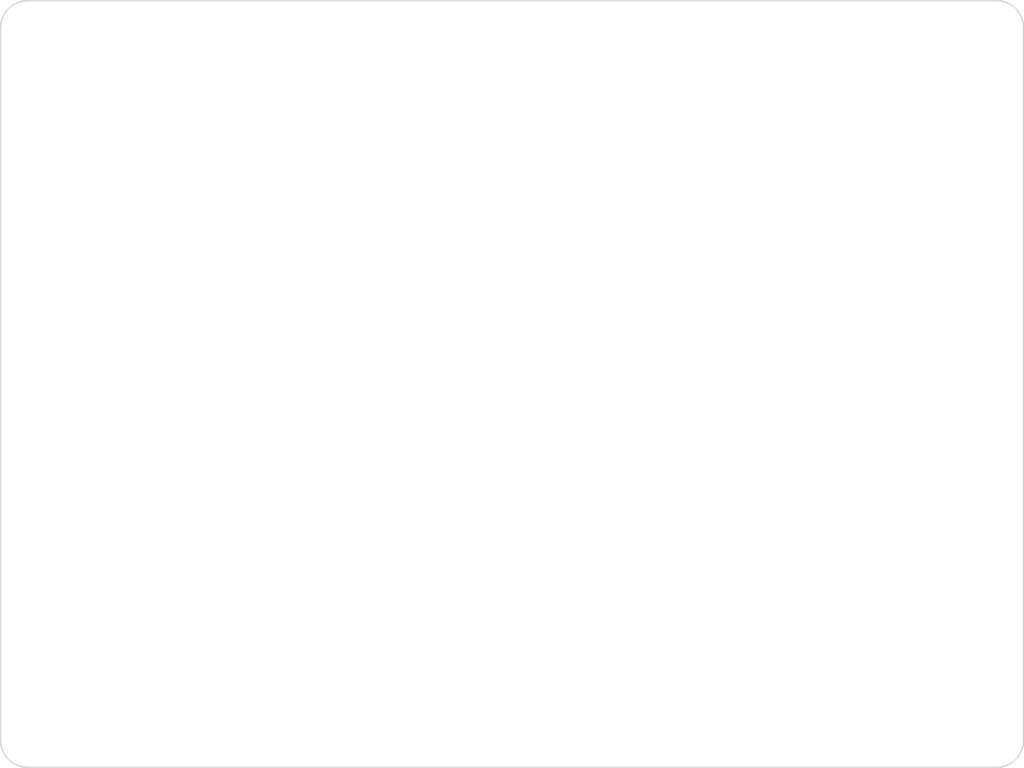
<source format=kicad_pcb>


(kicad_pcb (version 20171130) (host pcbnew 5.1.6)

  (page A4)
  (title_block
    (title lattice_left)
    (rev 2024.02)
    (company sboysel)
  )

  (general
    (thickness 1.6)
  )

  (layers
    (0 F.Cu signal)
    (31 B.Cu signal)
    (32 B.Adhes user)
    (33 F.Adhes user)
    (34 B.Paste user)
    (35 F.Paste user)
    (36 B.SilkS user)
    (37 F.SilkS user)
    (38 B.Mask user)
    (39 F.Mask user)
    (40 Dwgs.User user)
    (41 Cmts.User user)
    (42 Eco1.User user)
    (43 Eco2.User user)
    (44 Edge.Cuts user)
    (45 Margin user)
    (46 B.CrtYd user)
    (47 F.CrtYd user)
    (48 B.Fab user)
    (49 F.Fab user)
  )

  (setup
    (last_trace_width 0.25)
    (trace_clearance 0.2)
    (zone_clearance 0.508)
    (zone_45_only no)
    (trace_min 0.2)
    (via_size 0.8)
    (via_drill 0.4)
    (via_min_size 0.4)
    (via_min_drill 0.3)
    (uvia_size 0.3)
    (uvia_drill 0.1)
    (uvias_allowed no)
    (uvia_min_size 0.2)
    (uvia_min_drill 0.1)
    (edge_width 0.05)
    (segment_width 0.2)
    (pcb_text_width 0.3)
    (pcb_text_size 1.5 1.5)
    (mod_edge_width 0.12)
    (mod_text_size 1 1)
    (mod_text_width 0.15)
    (pad_size 1.524 1.524)
    (pad_drill 0.762)
    (pad_to_mask_clearance 0.05)
    (aux_axis_origin 0 0)
    (visible_elements FFFFFF7F)
    (pcbplotparams
      (layerselection 0x010fc_ffffffff)
      (usegerberextensions false)
      (usegerberattributes true)
      (usegerberadvancedattributes true)
      (creategerberjobfile true)
      (excludeedgelayer true)
      (linewidth 0.100000)
      (plotframeref false)
      (viasonmask false)
      (mode 1)
      (useauxorigin false)
      (hpglpennumber 1)
      (hpglpenspeed 20)
      (hpglpendiameter 15.000000)
      (psnegative false)
      (psa4output false)
      (plotreference true)
      (plotvalue true)
      (plotinvisibletext false)
      (padsonsilk false)
      (subtractmaskfromsilk false)
      (outputformat 1)
      (mirror false)
      (drillshape 1)
      (scaleselection 1)
      (outputdirectory ""))
  )

  (net 0 "")

  (net_class Default "This is the default net class."
    (clearance 0.2)
    (trace_width 0.25)
    (via_dia 0.8)
    (via_drill 0.4)
    (uvia_dia 0.3)
    (uvia_drill 0.1)
    (add_net "")
  )

  
    
        (module MX_SW_HS (layer B.Cu)

            (at 95.25 114.3 0)
            (fp_text reference "MX1" (at 0 0 0) (layer "B.Fab")
              (effects (font (size 1 1) (thickness 0.15)))
            )
        )
    
        

    
        (module MX_SW_HS (layer B.Cu)

            (at 95.25 95.25 0)
            (fp_text reference "MX2" (at 0 0 0) (layer "B.Fab")
              (effects (font (size 1 1) (thickness 0.15)))
            )
        )
    
        

    
        (module MX_SW_HS (layer B.Cu)

            (at 95.25 76.2 0)
            (fp_text reference "MX3" (at 0 0 0) (layer "B.Fab")
              (effects (font (size 1 1) (thickness 0.15)))
            )
        )
    
        

    
        (module MX_SW_HS (layer B.Cu)

            (at 95.25 57.150000000000006 0)
            (fp_text reference "MX4" (at 0 0 0) (layer "B.Fab")
              (effects (font (size 1 1) (thickness 0.15)))
            )
        )
    
        

    
        (module MX_SW_HS (layer B.Cu)

            (at 114.3 114.3 0)
            (fp_text reference "MX5" (at 0 0 0) (layer "B.Fab")
              (effects (font (size 1 1) (thickness 0.15)))
            )
        )
    
        

    
        (module MX_SW_HS (layer B.Cu)

            (at 114.3 95.25 0)
            (fp_text reference "MX6" (at 0 0 0) (layer "B.Fab")
              (effects (font (size 1 1) (thickness 0.15)))
            )
        )
    
        

    
        (module MX_SW_HS (layer B.Cu)

            (at 114.3 76.2 0)
            (fp_text reference "MX7" (at 0 0 0) (layer "B.Fab")
              (effects (font (size 1 1) (thickness 0.15)))
            )
        )
    
        

    
        (module MX_SW_HS (layer B.Cu)

            (at 114.3 57.150000000000006 0)
            (fp_text reference "MX8" (at 0 0 0) (layer "B.Fab")
              (effects (font (size 1 1) (thickness 0.15)))
            )
        )
    
        

    
        (module MX_SW_HS (layer B.Cu)

            (at 133.35 114.3 0)
            (fp_text reference "MX9" (at 0 0 0) (layer "B.Fab")
              (effects (font (size 1 1) (thickness 0.15)))
            )
        )
    
        

    
        (module MX_SW_HS (layer B.Cu)

            (at 133.35 95.25 0)
            (fp_text reference "MX10" (at 0 0 0) (layer "B.Fab")
              (effects (font (size 1 1) (thickness 0.15)))
            )
        )
    
        

    
        (module MX_SW_HS (layer B.Cu)

            (at 133.35 76.2 0)
            (fp_text reference "MX11" (at 0 0 0) (layer "B.Fab")
              (effects (font (size 1 1) (thickness 0.15)))
            )
        )
    
        

    
        (module MX_SW_HS (layer B.Cu)

            (at 133.35 57.150000000000006 0)
            (fp_text reference "MX12" (at 0 0 0) (layer "B.Fab")
              (effects (font (size 1 1) (thickness 0.15)))
            )
        )
    
        

    
        (module MX_SW_HS (layer B.Cu)

            (at 152.4 114.3 0)
            (fp_text reference "MX13" (at 0 0 0) (layer "B.Fab")
              (effects (font (size 1 1) (thickness 0.15)))
            )
        )
    
        

    
        (module MX_SW_HS (layer B.Cu)

            (at 152.4 95.25 0)
            (fp_text reference "MX14" (at 0 0 0) (layer "B.Fab")
              (effects (font (size 1 1) (thickness 0.15)))
            )
        )
    
        

    
        (module MX_SW_HS (layer B.Cu)

            (at 152.4 76.2 0)
            (fp_text reference "MX15" (at 0 0 0) (layer "B.Fab")
              (effects (font (size 1 1) (thickness 0.15)))
            )
        )
    
        

    
        (module MX_SW_HS (layer B.Cu)

            (at 152.4 57.150000000000006 0)
            (fp_text reference "MX16" (at 0 0 0) (layer "B.Fab")
              (effects (font (size 1 1) (thickness 0.15)))
            )
        )
    
        

    
        (module MX_SW_HS (layer B.Cu)

            (at 171.45 114.3 0)
            (fp_text reference "MX17" (at 0 0 0) (layer "B.Fab")
              (effects (font (size 1 1) (thickness 0.15)))
            )
        )
    
        

    
        (module MX_SW_HS (layer B.Cu)

            (at 171.45 95.25 0)
            (fp_text reference "MX18" (at 0 0 0) (layer "B.Fab")
              (effects (font (size 1 1) (thickness 0.15)))
            )
        )
    
        

    
        (module MX_SW_HS (layer B.Cu)

            (at 171.45 76.2 0)
            (fp_text reference "MX19" (at 0 0 0) (layer "B.Fab")
              (effects (font (size 1 1) (thickness 0.15)))
            )
        )
    
        

    
        (module MX_SW_HS (layer B.Cu)

            (at 171.45 57.150000000000006 0)
            (fp_text reference "MX20" (at 0 0 0) (layer "B.Fab")
              (effects (font (size 1 1) (thickness 0.15)))
            )
        )
    
        

    
        (module MX_SW_HS (layer B.Cu)

            (at 190.5 114.3 0)
            (fp_text reference "MX21" (at 0 0 0) (layer "B.Fab")
              (effects (font (size 1 1) (thickness 0.15)))
            )
        )
    
        

    
        (module MX_SW_HS (layer B.Cu)

            (at 190.5 95.25 0)
            (fp_text reference "MX22" (at 0 0 0) (layer "B.Fab")
              (effects (font (size 1 1) (thickness 0.15)))
            )
        )
    
        

    
        (module MX_SW_HS (layer B.Cu)

            (at 190.5 76.2 0)
            (fp_text reference "MX23" (at 0 0 0) (layer "B.Fab")
              (effects (font (size 1 1) (thickness 0.15)))
            )
        )
    
        

    
        (module MX_SW_HS (layer B.Cu)

            (at 190.5 57.150000000000006 0)
            (fp_text reference "MX24" (at 0 0 0) (layer "B.Fab")
              (effects (font (size 1 1) (thickness 0.15)))
            )
        )
    
        

    
        (module 1N4148W (layer B.Cu)

            (at 87.63 114.3 270)
            (fp_text reference "D1" (at 0 0 0) (layer "B.Fab")
              (effects (font (size 1 1) (thickness 0.15)))
            )
        )
    
        

    
        (module 1N4148W (layer B.Cu)

            (at 87.63 95.25 270)
            (fp_text reference "D2" (at 0 0 0) (layer "B.Fab")
              (effects (font (size 1 1) (thickness 0.15)))
            )
        )
    
        

    
        (module 1N4148W (layer B.Cu)

            (at 87.63 76.2 270)
            (fp_text reference "D3" (at 0 0 0) (layer "B.Fab")
              (effects (font (size 1 1) (thickness 0.15)))
            )
        )
    
        

    
        (module 1N4148W (layer B.Cu)

            (at 87.63 57.150000000000006 270)
            (fp_text reference "D4" (at 0 0 0) (layer "B.Fab")
              (effects (font (size 1 1) (thickness 0.15)))
            )
        )
    
        

    
        (module 1N4148W (layer B.Cu)

            (at 106.67999999999999 114.3 270)
            (fp_text reference "D5" (at 0 0 0) (layer "B.Fab")
              (effects (font (size 1 1) (thickness 0.15)))
            )
        )
    
        

    
        (module 1N4148W (layer B.Cu)

            (at 106.67999999999999 95.25 270)
            (fp_text reference "D6" (at 0 0 0) (layer "B.Fab")
              (effects (font (size 1 1) (thickness 0.15)))
            )
        )
    
        

    
        (module 1N4148W (layer B.Cu)

            (at 106.67999999999999 76.2 270)
            (fp_text reference "D7" (at 0 0 0) (layer "B.Fab")
              (effects (font (size 1 1) (thickness 0.15)))
            )
        )
    
        

    
        (module 1N4148W (layer B.Cu)

            (at 106.67999999999999 57.150000000000006 270)
            (fp_text reference "D8" (at 0 0 0) (layer "B.Fab")
              (effects (font (size 1 1) (thickness 0.15)))
            )
        )
    
        

    
        (module 1N4148W (layer B.Cu)

            (at 125.72999999999999 114.3 270)
            (fp_text reference "D9" (at 0 0 0) (layer "B.Fab")
              (effects (font (size 1 1) (thickness 0.15)))
            )
        )
    
        

    
        (module 1N4148W (layer B.Cu)

            (at 125.72999999999999 95.25 270)
            (fp_text reference "D10" (at 0 0 0) (layer "B.Fab")
              (effects (font (size 1 1) (thickness 0.15)))
            )
        )
    
        

    
        (module 1N4148W (layer B.Cu)

            (at 125.72999999999999 76.2 270)
            (fp_text reference "D11" (at 0 0 0) (layer "B.Fab")
              (effects (font (size 1 1) (thickness 0.15)))
            )
        )
    
        

    
        (module 1N4148W (layer B.Cu)

            (at 125.72999999999999 57.150000000000006 270)
            (fp_text reference "D12" (at 0 0 0) (layer "B.Fab")
              (effects (font (size 1 1) (thickness 0.15)))
            )
        )
    
        

    
        (module 1N4148W (layer B.Cu)

            (at 144.78 114.3 270)
            (fp_text reference "D13" (at 0 0 0) (layer "B.Fab")
              (effects (font (size 1 1) (thickness 0.15)))
            )
        )
    
        

    
        (module 1N4148W (layer B.Cu)

            (at 144.78 95.25 270)
            (fp_text reference "D14" (at 0 0 0) (layer "B.Fab")
              (effects (font (size 1 1) (thickness 0.15)))
            )
        )
    
        

    
        (module 1N4148W (layer B.Cu)

            (at 144.78 76.2 270)
            (fp_text reference "D15" (at 0 0 0) (layer "B.Fab")
              (effects (font (size 1 1) (thickness 0.15)))
            )
        )
    
        

    
        (module 1N4148W (layer B.Cu)

            (at 144.78 57.150000000000006 270)
            (fp_text reference "D16" (at 0 0 0) (layer "B.Fab")
              (effects (font (size 1 1) (thickness 0.15)))
            )
        )
    
        

    
        (module 1N4148W (layer B.Cu)

            (at 163.82999999999998 114.3 270)
            (fp_text reference "D17" (at 0 0 0) (layer "B.Fab")
              (effects (font (size 1 1) (thickness 0.15)))
            )
        )
    
        

    
        (module 1N4148W (layer B.Cu)

            (at 163.82999999999998 95.25 270)
            (fp_text reference "D18" (at 0 0 0) (layer "B.Fab")
              (effects (font (size 1 1) (thickness 0.15)))
            )
        )
    
        

    
        (module 1N4148W (layer B.Cu)

            (at 163.82999999999998 76.2 270)
            (fp_text reference "D19" (at 0 0 0) (layer "B.Fab")
              (effects (font (size 1 1) (thickness 0.15)))
            )
        )
    
        

    
        (module 1N4148W (layer B.Cu)

            (at 163.82999999999998 57.150000000000006 270)
            (fp_text reference "D20" (at 0 0 0) (layer "B.Fab")
              (effects (font (size 1 1) (thickness 0.15)))
            )
        )
    
        

    
        (module 1N4148W (layer B.Cu)

            (at 182.88 114.3 270)
            (fp_text reference "D21" (at 0 0 0) (layer "B.Fab")
              (effects (font (size 1 1) (thickness 0.15)))
            )
        )
    
        

    
        (module 1N4148W (layer B.Cu)

            (at 182.88 95.25 270)
            (fp_text reference "D22" (at 0 0 0) (layer "B.Fab")
              (effects (font (size 1 1) (thickness 0.15)))
            )
        )
    
        

    
        (module 1N4148W (layer B.Cu)

            (at 182.88 76.2 270)
            (fp_text reference "D23" (at 0 0 0) (layer "B.Fab")
              (effects (font (size 1 1) (thickness 0.15)))
            )
        )
    
        

    
        (module 1N4148W (layer B.Cu)

            (at 182.88 57.150000000000006 270)
            (fp_text reference "D24" (at 0 0 0) (layer "B.Fab")
              (effects (font (size 1 1) (thickness 0.15)))
            )
        )
    
        

    
        (module USB_C_Receptacle (layer B.Cu)

            (at 95.25 40.300000000000004 0)
            (fp_text reference "J1" (at 0 0 0) (layer "B.Fab")
              (effects (font (size 1 1) (thickness 0.15)))
            )
        )
    
        

    
        (module USB_C_Receptacle (layer B.Cu)

            (at 190.5 40.300000000000004 0)
            (fp_text reference "J2" (at 0 0 0) (layer "B.Fab")
              (effects (font (size 1 1) (thickness 0.15)))
            )
        )
    
        

    
        (module RP2040 (layer B.Cu)

            (at 152.4 47.62500000000001 45)
            (fp_text reference "U1" (at 0 0 0) (layer "B.Fab")
              (effects (font (size 1 1) (thickness 0.15)))
            )
        )
    
        
  (gr_line (start 85.725 120.825) (end 85.725 41.10000000000001) (angle 90) (layer Edge.Cuts) (width 0.15))
(gr_line (start 88.725 38.10000000000001) (end 197.025 38.10000000000001) (angle 90) (layer Edge.Cuts) (width 0.15))
(gr_line (start 200.025 41.10000000000001) (end 200.025 120.825) (angle 90) (layer Edge.Cuts) (width 0.15))
(gr_line (start 197.025 123.825) (end 88.725 123.825) (angle 90) (layer Edge.Cuts) (width 0.15))
(gr_arc (start 88.725 41.10000000000001) (end 88.725 38.10000000000001) (angle -90) (layer Edge.Cuts) (width 0.15))
(gr_arc (start 197.025 41.10000000000001) (end 200.025 41.10000000000001) (angle -90) (layer Edge.Cuts) (width 0.15))
(gr_arc (start 197.025 120.825) (end 197.025 123.825) (angle -90) (layer Edge.Cuts) (width 0.15))
(gr_arc (start 88.725 120.825) (end 85.725 120.825) (angle -90) (layer Edge.Cuts) (width 0.15))

)


</source>
